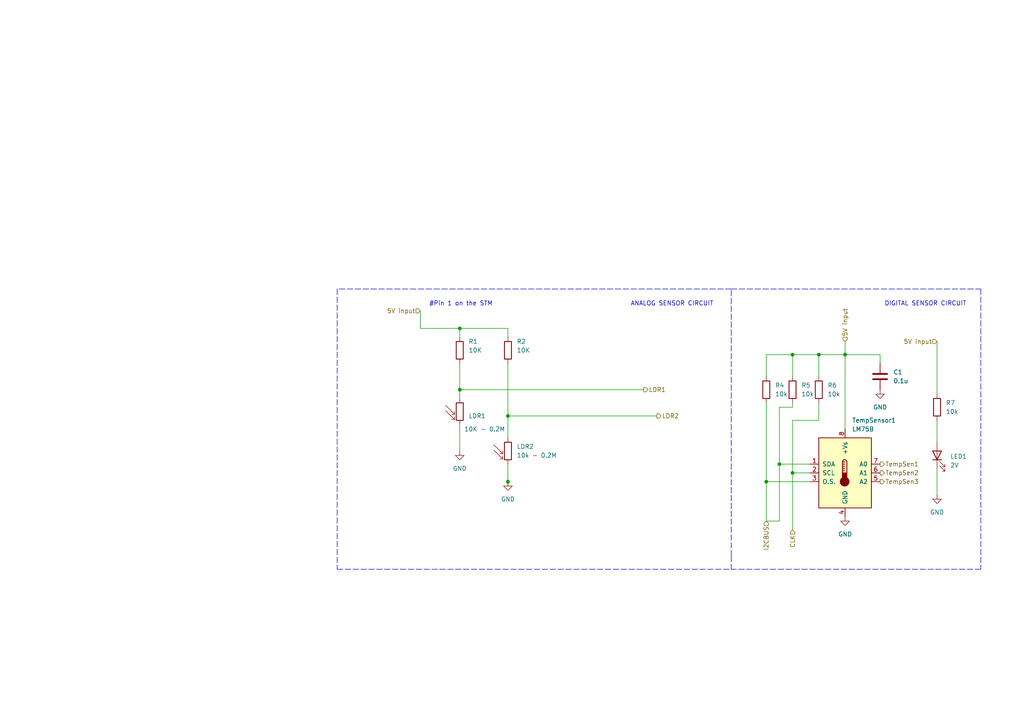
<source format=kicad_sch>
(kicad_sch (version 20211123) (generator eeschema)
  (paper "A4")
  (title_block (title "Sensor Subsystem Schematic") (company "Version 2.0") (comment 1 "Date: 11/03/2022") (comment 2 "Author: Jonathan Apps"))
  (lib_symbols
    (symbol "Device:C" (pin_numbers hide) (pin_names (offset 0.254))
      (property "Reference" "C" (at 0.635 2.54 0))
      (property "Value" "C" (at 0.635 -2.54 0))
      (symbol "C_0_1"
        (polyline (pts (xy -2.032 -0.762) (xy 2.032 -0.762)) (stroke (width 0.508)))
        (polyline (pts (xy -2.032 0.762) (xy 2.032 0.762)) (stroke (width 0.508)))
      )
      (symbol "C_1_1"
        (pin passive line (at 0 3.81 270) (length 2.794) (name "~") (number "1"))
        (pin passive line (at 0 -3.81 90) (length 2.794) (name "~") (number "2"))
      )
    )
    (symbol "Device:LED" (pin_numbers hide) (pin_names (offset 1.016) hide)
      (property "Reference" "D" (at 0 2.54 0))
      (property "Value" "LED" (at 0 -2.54 0))
      (symbol "LED_0_1"
        (polyline (pts (xy -1.27 -1.27) (xy -1.27 1.27)) (stroke (width 0.254)))
        (polyline (pts (xy -1.27 0) (xy 1.27 0)))
        (polyline (pts (xy 1.27 -1.27) (xy 1.27 1.27) (xy -1.27 0) (xy 1.27 -1.27)) (stroke (width 0.254)))
        (polyline (pts (xy -3.048 -0.762) (xy -4.572 -2.286) (xy -3.81 -2.286) (xy -4.572 -2.286) (xy -4.572 -1.524)))
        (polyline (pts (xy -1.778 -0.762) (xy -3.302 -2.286) (xy -2.54 -2.286) (xy -3.302 -2.286) (xy -3.302 -1.524)))
      )
      (symbol "LED_1_1"
        (pin passive line (at -3.81 0 0) (length 2.54) (name "K") (number "1"))
        (pin passive line (at 3.81 0 180) (length 2.54) (name "A") (number "2"))
      )
    )
    (symbol "Device:R" (pin_numbers hide) (pin_names (offset 0))
      (property "Reference" "R" (at 2.032 0 90))
      (property "Value" "R" (at 0 0 90))
      (symbol "R_0_1"
        (rectangle (start -1.016 -2.54) (end 1.016 2.54) (stroke (width 0.254)))
      )
      (symbol "R_1_1"
        (pin passive line (at 0 3.81 270) (length 1.27) (name "~") (number "1"))
        (pin passive line (at 0 -3.81 90) (length 1.27) (name "~") (number "2"))
      )
    )
    (symbol "Device:R_Photo" (pin_numbers hide) (pin_names (offset 0))
      (property "Reference" "R" (at 1.27 1.27 0))
      (property "Value" "R_Photo" (at 1.27 0 0))
      (symbol "R_Photo_0_1"
        (rectangle (start -1.016 2.54) (end 1.016 -2.54) (stroke (width 0.254)))
        (polyline (pts (xy -1.524 -2.286) (xy -4.064 0.254)))
        (polyline (pts (xy -1.524 -2.286) (xy -2.286 -2.286)))
        (polyline (pts (xy -1.524 -2.286) (xy -1.524 -1.524)))
        (polyline (pts (xy -1.524 -0.762) (xy -4.064 1.778)))
        (polyline (pts (xy -1.524 -0.762) (xy -2.286 -0.762)))
        (polyline (pts (xy -1.524 -0.762) (xy -1.524 0)))
      )
      (symbol "R_Photo_1_1"
        (pin passive line (at 0 3.81 270) (length 1.27) (name "~") (number "1"))
        (pin passive line (at 0 -3.81 90) (length 1.27) (name "~") (number "2"))
      )
    )
    (symbol "Sensor_Temperature:LM75B" (pin_names (offset 1.016))
      (property "Reference" "U" (at -6.35 11.43 0))
      (property "Value" "LM75B" (at 0 11.43 0))
      (symbol "LM75B_0_1"
        (rectangle (start -7.62 10.16) (end 7.62 -10.16) (stroke (width 0.254)) (fill (type background)))
        (circle (center -0.127 -2.54) (radius 1.27) (stroke (width 0.254)) (fill (type outline)))
        (polyline (pts (xy -0.762 0.635) (xy -0.127 0.635)) (stroke (width 0.254)))
        (polyline (pts (xy -0.762 1.27) (xy -0.127 1.27)) (stroke (width 0.254)))
        (polyline (pts (xy -0.762 1.905) (xy -0.127 1.905)) (stroke (width 0.254)))
        (polyline (pts (xy -0.762 2.54) (xy -0.127 2.54)) (stroke (width 0.254)))
        (polyline (pts (xy -0.762 3.175) (xy -0.762 0)) (stroke (width 0.254)))
        (polyline (pts (xy -0.762 3.175) (xy -0.127 3.175)) (stroke (width 0.254)))
        (polyline (pts (xy 0.508 3.175) (xy 0.508 0)) (stroke (width 0.254)))
        (rectangle (start 0.508 -1.905) (end -0.762 0) (stroke (width 0.254)) (fill (type outline)))
        (arc (start 0.508 3.175) (mid -0.127 3.81) (end -0.762 3.175) (stroke (width 0.254)))
      )
      (symbol "LM75B_1_1"
        (pin bidirectional line (at -10.16 2.54 0) (length 2.54) (name "SDA") (number "1"))
        (pin input line (at -10.16 0 0) (length 2.54) (name "SCL") (number "2"))
        (pin open_collector line (at -10.16 -2.54 0) (length 2.54) (name "O.S.") (number "3"))
        (pin power_in line (at 0 -12.7 90) (length 2.54) (name "GND") (number "4"))
        (pin input line (at 10.16 -2.54 180) (length 2.54) (name "A2") (number "5"))
        (pin input line (at 10.16 0 180) (length 2.54) (name "A1") (number "6"))
        (pin input line (at 10.16 2.54 180) (length 2.54) (name "A0") (number "7"))
        (pin power_in line (at 0 12.7 270) (length 2.54) (name "+Vs") (number "8"))
      )
    )
    (symbol "power:GND" (power) (pin_names (offset 0))
      (property "Value" "GND" (at 0 -3.81 0))
      (symbol "GND_0_1"
        (polyline (pts (xy 0 0) (xy 0 -1.27) (xy 1.27 -1.27) (xy 0 -2.54) (xy -1.27 -1.27) (xy 0 -1.27)))
      )
      (symbol "GND_1_1"
        (pin power_in line (at 0 0 270) (length 0) hide (name "GND") (number "1"))
      )
    )
  )
  (junction (at 229.87 137.16))
  (junction (at 147.32 139.7))
  (junction (at 229.87 102.87))
  (junction (at 133.35 95.25))
  (junction (at 133.35 113.03))
  (junction (at 226.06 134.62))
  (junction (at 237.49 102.87))
  (junction (at 222.25 139.7))
  (junction (at 147.32 120.65))
  (junction (at 245.11 102.87))
  (wire (pts (xy 147.32 97.79) (xy 147.32 95.25)))
  (polyline (pts (xy 284.48 83.82) (xy 284.48 165.1)))
  (wire (pts (xy 229.87 109.22) (xy 229.87 102.87)))
  (wire (pts (xy 229.87 118.11) (xy 226.06 118.11)))
  (wire (pts (xy 245.11 102.87) (xy 245.11 99.06)))
  (wire (pts (xy 133.35 113.03) (xy 186.69 113.03)))
  (wire (pts (xy 147.32 105.41) (xy 147.32 120.65)))
  (wire (pts (xy 229.87 116.84) (xy 229.87 118.11)))
  (wire (pts (xy 229.87 137.16) (xy 229.87 153.67)))
  (wire (pts (xy 133.35 130.81) (xy 133.35 123.19)))
  (wire (pts (xy 133.35 95.25) (xy 133.35 97.79)))
  (wire (pts (xy 222.25 102.87) (xy 229.87 102.87)))
  (wire (pts (xy 147.32 120.65) (xy 190.5 120.65)))
  (wire (pts (xy 121.92 95.25) (xy 133.35 95.25)))
  (wire (pts (xy 147.32 134.62) (xy 147.32 139.7)))
  (wire (pts (xy 271.78 135.89) (xy 271.78 143.51)))
  (polyline (pts (xy 212.09 161.29) (xy 212.09 165.1)))
  (wire (pts (xy 226.06 151.13) (xy 222.25 151.13)))
  (polyline (pts (xy 284.48 165.1) (xy 212.09 165.1)))
  (wire (pts (xy 133.35 95.25) (xy 147.32 95.25)))
  (polyline (pts (xy 97.79 165.1) (xy 212.09 165.1)))
  (polyline (pts (xy 212.09 83.82) (xy 97.79 83.82)))
  (wire (pts (xy 245.11 124.46) (xy 245.11 102.87)))
  (wire (pts (xy 229.87 121.92) (xy 237.49 121.92)))
  (polyline (pts (xy 212.09 83.82) (xy 284.48 83.82)))
  (wire (pts (xy 133.35 105.41) (xy 133.35 113.03)))
  (wire (pts (xy 222.25 139.7) (xy 222.25 151.13)))
  (wire (pts (xy 234.95 139.7) (xy 222.25 139.7)))
  (wire (pts (xy 237.49 102.87) (xy 245.11 102.87)))
  (wire (pts (xy 245.11 102.87) (xy 255.27 102.87)))
  (wire (pts (xy 121.92 90.17) (xy 121.92 95.25)))
  (wire (pts (xy 222.25 109.22) (xy 222.25 102.87)))
  (wire (pts (xy 229.87 102.87) (xy 237.49 102.87)))
  (wire (pts (xy 147.32 120.65) (xy 147.32 127)))
  (wire (pts (xy 237.49 109.22) (xy 237.49 102.87)))
  (polyline (pts (xy 212.09 161.29) (xy 212.09 83.82)))
  (wire (pts (xy 226.06 134.62) (xy 234.95 134.62)))
  (wire (pts (xy 147.32 139.7) (xy 147.32 140.97)))
  (wire (pts (xy 229.87 137.16) (xy 234.95 137.16)))
  (wire (pts (xy 271.78 121.92) (xy 271.78 128.27)))
  (wire (pts (xy 226.06 118.11) (xy 226.06 134.62)))
  (polyline (pts (xy 97.79 83.82) (xy 97.79 165.1)))
  (wire (pts (xy 226.06 134.62) (xy 226.06 151.13)))
  (wire (pts (xy 222.25 139.7) (xy 222.25 116.84)))
  (wire (pts (xy 237.49 116.84) (xy 237.49 121.92)))
  (wire (pts (xy 229.87 121.92) (xy 229.87 137.16)))
  (wire (pts (xy 255.27 105.41) (xy 255.27 102.87)))
  (wire (pts (xy 271.78 99.06) (xy 271.78 114.3)))
  (wire (pts (xy 133.35 113.03) (xy 133.35 115.57)))
  (text "DIGITAL SENSOR CIRCUIT\n" (at 256.54 88.9 0) (effects (font (size 1.27 1.27)) (justify left bottom)))
  (text "#Pin 1 on the STM\n" (at 124.46 88.9 0) (effects (font (size 1.27 1.27)) (justify left bottom)))
  (text "ANALOG SENSOR CIRCUIT\n" (at 182.88 88.9 0) (effects (font (size 1.27 1.27)) (justify left bottom)))
  (hierarchical_label "LDR2" (shape output) (at 190.5 120.65 0))
  (hierarchical_label "5V input" (shape input) (at 245.11 99.06 90))
  (hierarchical_label "TempSen1" (shape output) (at 255.27 134.62 0))
  (hierarchical_label "TempSen2" (shape output) (at 255.27 137.16 0))
  (hierarchical_label "CLK" (shape input) (at 229.87 153.67 270))
  (hierarchical_label "LDR1" (shape output) (at 186.69 113.03 0))
  (hierarchical_label "I2CBUS" (shape input) (at 222.25 151.13 270))
  (hierarchical_label "5V input" (shape input) (at 121.92 90.17 180))
  (hierarchical_label "TempSen3" (shape output) (at 255.27 139.7 0))
  (hierarchical_label "5V input" (shape input) (at 271.78 99.06 180))
  (symbol (lib_id "Device:R") (at 237.49 113.03 0) (unit 1)
    (property "Reference" "R6" (at 240.03 111.7599 0) (effects (justify left)))
    (property "Value" "10k" (at 240.03 114.2999 0) (effects (justify left)))
    (property "Footprint" "Resistor_SMD:R_0201_0603Metric" (effects hide))
    (property "Datasheet" "https://datasheet.lcsc.com/lcsc/2110260030_UNI-ROYAL-Uniroyal-Elec-0603WAF1002T5E_C25804.pdf" (effects hide))
    (property "LCSC" "C25804" (effects hide))
    (property "Price" "0.0012" (effects hide))
    (property "Populate" "P" (effects hide))
  )
  (symbol (lib_id "power:GND") (at 255.27 113.03 0) (unit 1)
    (property "Reference" "#PWR0101" (effects hide))
    (property "Value" "GND" (at 255.27 118.11 0))
  )
  (symbol (lib_id "Device:R") (at 147.32 101.6 0) (unit 1)
    (property "Reference" "R2" (at 149.86 99.0599 0) (effects (justify left)))
    (property "Value" "10K" (at 149.86 101.5999 0) (effects (justify left)))
    (property "Footprint" "Resistor_SMD:R_0201_0603Metric" (effects hide))
    (property "Datasheet" "https://datasheet.lcsc.com/lcsc/2110260030_UNI-ROYAL-Uniroyal-Elec-0603WAF1002T5E_C25804.pdf" (effects hide))
    (property "LCSC" "C25804" (effects hide))
    (property "Price" "0.0012" (effects hide))
    (property "Populate" "P" (effects hide))
  )
  (symbol (lib_id "Device:LED") (at 271.78 132.08 90) (unit 1)
    (property "Reference" "LED1" (at 275.59 132.3974 90) (effects (justify right)))
    (property "Value" "2V" (at 275.59 134.9374 90) (effects (justify right)))
    (property "Footprint" "LED_SMD:LED_0805_2012Metric" (effects hide))
    (property "LCSC" "C84256" (effects hide))
    (property "Price" "0.0136" (effects hide))
    (property "Populate" "P" (effects hide))
  )
  (symbol (lib_id "Device:R") (at 222.25 113.03 0) (unit 1)
    (property "Reference" "R4" (at 224.79 111.7599 0) (effects (justify left)))
    (property "Value" "10k" (at 224.79 114.2999 0) (effects (justify left)))
    (property "Footprint" "Resistor_SMD:R_0201_0603Metric" (effects hide))
    (property "Datasheet" "https://datasheet.lcsc.com/lcsc/2110260030_UNI-ROYAL-Uniroyal-Elec-0603WAF1002T5E_C25804.pdf" (effects hide))
    (property "LCSC" "C25804" (effects hide))
    (property "Price" "0.0012" (effects hide))
    (property "Populate" "P" (effects hide))
  )
  (symbol (lib_id "power:GND") (at 245.11 149.86 0) (unit 1)
    (property "Reference" "#PWR0103" (effects hide))
    (property "Value" "GND" (at 245.11 154.94 0))
  )
  (symbol (lib_id "power:GND") (at 133.35 130.81 0) (unit 1)
    (property "Reference" "#PWR0104" (effects hide))
    (property "Value" "GND" (at 133.35 135.89 0))
  )
  (symbol (lib_id "Device:R") (at 271.78 118.11 0) (unit 1)
    (property "Reference" "R7" (at 274.32 116.8399 0) (effects (justify left)))
    (property "Value" "10k" (at 274.32 119.3799 0) (effects (justify left)))
    (property "Footprint" "Resistor_SMD:R_0201_0603Metric" (effects hide))
    (property "Datasheet" "https://datasheet.lcsc.com/lcsc/2110260030_UNI-ROYAL-Uniroyal-Elec-0603WAF1002T5E_C25804.pdf" (effects hide))
    (property "LCSC" "C25804" (effects hide))
    (property "Price" "0.0012" (effects hide))
    (property "Populate" "P" (effects hide))
  )
  (symbol (lib_id "Device:R_Photo") (at 133.35 119.38 0) (unit 1)
    (property "Reference" "LDR1" (at 135.89 120.65 0) (effects (justify left)))
    (property "Value" "10K - 0.2M" (at 134.62 124.46 0) (effects (justify left)))
    (property "Footprint" "Resistor_SMD:R_0201_0603Metric" (effects hide))
    (property "LCSC" "C779572" (effects hide))
    (property "Price" "0.0503" (effects hide))
    (property "Populate" "P" (effects hide))
  )
  (symbol (lib_id "Device:C") (at 255.27 109.22 0) (unit 1)
    (property "Reference" "C1" (at 259.08 107.9499 0) (effects (justify left)))
    (property "Value" "0.1u" (at 259.08 110.4899 0) (effects (justify left)))
    (property "Footprint" "Capacitor_SMD:C_0201_0603Metric" (effects hide))
    (property "LCSC" "C141382" (effects hide))
    (property "Price" "0.0032" (effects hide))
    (property "Populate" "P" (effects hide))
  )
  (symbol (lib_id "Device:R") (at 133.35 101.6 0) (unit 1)
    (property "Reference" "R1" (at 135.89 99.0599 0) (effects (justify left)))
    (property "Value" "10K" (at 135.89 101.5999 0) (effects (justify left)))
    (property "Footprint" "Resistor_SMD:R_0201_0603Metric" (effects hide))
    (property "Datasheet" "https://datasheet.lcsc.com/lcsc/2110260030_UNI-ROYAL-Uniroyal-Elec-0603WAF1002T5E_C25804.pdf" (effects hide))
    (property "LCSC" "C25804" (effects hide))
    (property "Price" "0.0012" (effects hide))
    (property "Populate" "P" (effects hide))
  )
  (symbol (lib_id "Device:R") (at 229.87 113.03 0) (unit 1)
    (property "Reference" "R5" (at 232.41 111.7599 0) (effects (justify left)))
    (property "Value" "10k" (at 232.41 114.2999 0) (effects (justify left)))
    (property "Footprint" "Resistor_SMD:R_0201_0603Metric" (effects hide))
    (property "Datasheet" "https://datasheet.lcsc.com/lcsc/2110260030_UNI-ROYAL-Uniroyal-Elec-0603WAF1002T5E_C25804.pdf" (effects hide))
    (property "LCSC" "C25804" (effects hide))
    (property "Price" "0.0012" (effects hide))
    (property "Populate" "P" (effects hide))
  )
  (symbol (lib_id "power:GND") (at 271.78 143.51 0) (unit 1)
    (property "Reference" "#PWR0102" (effects hide))
    (property "Value" "GND" (at 271.78 148.59 0))
  )
  (symbol (lib_id "Sensor_Temperature:LM75B") (at 245.11 137.16 0) (unit 1)
    (property "Reference" "TempSensor1" (at 247.1294 121.92 0) (effects (justify left)))
    (property "Value" "LM75B" (at 247.1294 124.46 0) (effects (justify left)))
    (property "Footprint" "LM75BD:SOIC127P600X175-8N" (effects hide))
    (property "Datasheet" "http://www.ti.com/lit/ds/symlink/lm75b.pdf" (effects hide))
    (property "LCSC" "C34565" (effects hide))
    (property "Price" "C34565" (effects hide))
    (property "Populate" "P" (effects hide))
    (property "Alt_LCSC" "C2837470" (effects hide))
  )
  (symbol (lib_id "power:GND") (at 147.32 139.7 0) (unit 1)
    (property "Reference" "#PWR0105" (effects hide))
    (property "Value" "GND" (at 147.32 144.78 0))
  )
  (symbol (lib_id "Device:R_Photo") (at 147.32 130.81 0) (unit 1)
    (property "Reference" "LDR2" (at 149.86 129.5399 0) (effects (justify left)))
    (property "Value" "10k - 0.2M" (at 149.86 132.0799 0) (effects (justify left)))
    (property "Footprint" "Resistor_SMD:R_0201_0603Metric" (effects hide))
    (property "LCSC" "C779572" (effects hide))
    (property "Price" "0.0503" (effects hide))
    (property "Populate" "P" (effects hide))
  )
)
</source>
